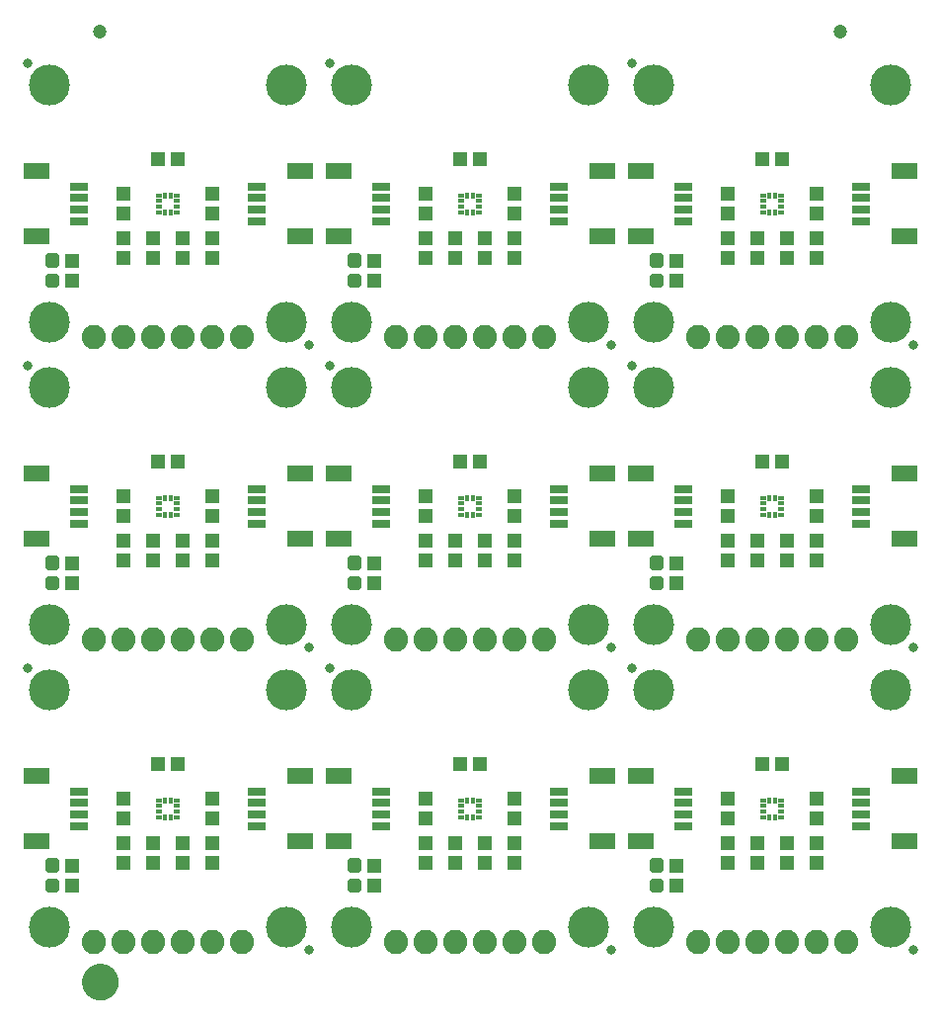
<source format=gts>
G75*
%MOIN*%
%OFA0B0*%
%FSLAX25Y25*%
%IPPOS*%
%LPD*%
%AMOC8*
5,1,8,0,0,1.08239X$1,22.5*
%
%ADD10R,0.08674X0.05524*%
%ADD11R,0.06115X0.03162*%
%ADD12C,0.08200*%
%ADD13C,0.01990*%
%ADD14R,0.04737X0.05131*%
%ADD15R,0.01784X0.01883*%
%ADD16R,0.01883X0.01784*%
%ADD17R,0.05131X0.04737*%
%ADD18C,0.13800*%
%ADD19C,0.03300*%
%ADD20C,0.04737*%
%ADD21C,0.05000*%
%ADD22C,0.06706*%
D10*
X0053873Y0067726D03*
X0053873Y0089774D03*
X0053873Y0169726D03*
X0053873Y0191774D03*
X0053873Y0271726D03*
X0053873Y0293774D03*
X0142810Y0293774D03*
X0155873Y0293774D03*
X0155873Y0271726D03*
X0142810Y0271726D03*
X0142810Y0191774D03*
X0155873Y0191774D03*
X0155873Y0169726D03*
X0142810Y0169726D03*
X0142810Y0089774D03*
X0155873Y0089774D03*
X0155873Y0067726D03*
X0142810Y0067726D03*
X0244810Y0067726D03*
X0257873Y0067726D03*
X0257873Y0089774D03*
X0244810Y0089774D03*
X0244810Y0169726D03*
X0257873Y0169726D03*
X0257873Y0191774D03*
X0244810Y0191774D03*
X0244810Y0271726D03*
X0257873Y0271726D03*
X0257873Y0293774D03*
X0244810Y0293774D03*
X0346810Y0293774D03*
X0346810Y0271726D03*
X0346810Y0191774D03*
X0346810Y0169726D03*
X0346810Y0089774D03*
X0346810Y0067726D03*
D11*
X0332342Y0072844D03*
X0332342Y0076781D03*
X0332342Y0080719D03*
X0332342Y0084656D03*
X0272342Y0084656D03*
X0272342Y0080719D03*
X0272342Y0076781D03*
X0272342Y0072844D03*
X0230342Y0072844D03*
X0230342Y0076781D03*
X0230342Y0080719D03*
X0230342Y0084656D03*
X0170342Y0084656D03*
X0170342Y0080719D03*
X0170342Y0076781D03*
X0170342Y0072844D03*
X0128342Y0072844D03*
X0128342Y0076781D03*
X0128342Y0080719D03*
X0128342Y0084656D03*
X0068342Y0084656D03*
X0068342Y0080719D03*
X0068342Y0076781D03*
X0068342Y0072844D03*
X0068342Y0174844D03*
X0068342Y0178781D03*
X0068342Y0182719D03*
X0068342Y0186656D03*
X0128342Y0186656D03*
X0128342Y0182719D03*
X0128342Y0178781D03*
X0128342Y0174844D03*
X0170342Y0174844D03*
X0170342Y0178781D03*
X0170342Y0182719D03*
X0170342Y0186656D03*
X0230342Y0186656D03*
X0230342Y0182719D03*
X0230342Y0178781D03*
X0230342Y0174844D03*
X0272342Y0174844D03*
X0272342Y0178781D03*
X0272342Y0182719D03*
X0272342Y0186656D03*
X0332342Y0186656D03*
X0332342Y0182719D03*
X0332342Y0178781D03*
X0332342Y0174844D03*
X0332342Y0276844D03*
X0332342Y0280781D03*
X0332342Y0284719D03*
X0332342Y0288656D03*
X0272342Y0288656D03*
X0272342Y0284719D03*
X0272342Y0280781D03*
X0272342Y0276844D03*
X0230342Y0276844D03*
X0230342Y0280781D03*
X0230342Y0284719D03*
X0230342Y0288656D03*
X0170342Y0288656D03*
X0170342Y0284719D03*
X0170342Y0280781D03*
X0170342Y0276844D03*
X0128342Y0276844D03*
X0128342Y0280781D03*
X0128342Y0284719D03*
X0128342Y0288656D03*
X0068342Y0288656D03*
X0068342Y0284719D03*
X0068342Y0280781D03*
X0068342Y0276844D03*
D12*
X0073342Y0237750D03*
X0083342Y0237750D03*
X0093342Y0237750D03*
X0103342Y0237750D03*
X0113342Y0237750D03*
X0123342Y0237750D03*
X0175342Y0237750D03*
X0185342Y0237750D03*
X0195342Y0237750D03*
X0205342Y0237750D03*
X0215342Y0237750D03*
X0225342Y0237750D03*
X0277342Y0237750D03*
X0287342Y0237750D03*
X0297342Y0237750D03*
X0307342Y0237750D03*
X0317342Y0237750D03*
X0327342Y0237750D03*
X0327342Y0135750D03*
X0317342Y0135750D03*
X0307342Y0135750D03*
X0297342Y0135750D03*
X0287342Y0135750D03*
X0277342Y0135750D03*
X0225342Y0135750D03*
X0215342Y0135750D03*
X0205342Y0135750D03*
X0195342Y0135750D03*
X0185342Y0135750D03*
X0175342Y0135750D03*
X0123342Y0135750D03*
X0113342Y0135750D03*
X0103342Y0135750D03*
X0093342Y0135750D03*
X0083342Y0135750D03*
X0073342Y0135750D03*
X0073342Y0033750D03*
X0083342Y0033750D03*
X0093342Y0033750D03*
X0103342Y0033750D03*
X0113342Y0033750D03*
X0123342Y0033750D03*
X0175342Y0033750D03*
X0185342Y0033750D03*
X0195342Y0033750D03*
X0205342Y0033750D03*
X0215342Y0033750D03*
X0225342Y0033750D03*
X0277342Y0033750D03*
X0287342Y0033750D03*
X0297342Y0033750D03*
X0307342Y0033750D03*
X0317342Y0033750D03*
X0327342Y0033750D03*
D13*
X0264715Y0051424D02*
X0261969Y0051424D01*
X0261969Y0054170D01*
X0264715Y0054170D01*
X0264715Y0051424D01*
X0264715Y0053314D02*
X0261969Y0053314D01*
X0261969Y0058330D02*
X0264715Y0058330D01*
X0261969Y0058330D02*
X0261969Y0061076D01*
X0264715Y0061076D01*
X0264715Y0058330D01*
X0264715Y0060220D02*
X0261969Y0060220D01*
X0162715Y0058330D02*
X0159969Y0058330D01*
X0159969Y0061076D01*
X0162715Y0061076D01*
X0162715Y0058330D01*
X0162715Y0060220D02*
X0159969Y0060220D01*
X0159969Y0051424D02*
X0162715Y0051424D01*
X0159969Y0051424D02*
X0159969Y0054170D01*
X0162715Y0054170D01*
X0162715Y0051424D01*
X0162715Y0053314D02*
X0159969Y0053314D01*
X0060715Y0051424D02*
X0057969Y0051424D01*
X0057969Y0054170D01*
X0060715Y0054170D01*
X0060715Y0051424D01*
X0060715Y0053314D02*
X0057969Y0053314D01*
X0057969Y0058330D02*
X0060715Y0058330D01*
X0057969Y0058330D02*
X0057969Y0061076D01*
X0060715Y0061076D01*
X0060715Y0058330D01*
X0060715Y0060220D02*
X0057969Y0060220D01*
X0057969Y0153424D02*
X0060715Y0153424D01*
X0057969Y0153424D02*
X0057969Y0156170D01*
X0060715Y0156170D01*
X0060715Y0153424D01*
X0060715Y0155314D02*
X0057969Y0155314D01*
X0057969Y0160330D02*
X0060715Y0160330D01*
X0057969Y0160330D02*
X0057969Y0163076D01*
X0060715Y0163076D01*
X0060715Y0160330D01*
X0060715Y0162220D02*
X0057969Y0162220D01*
X0057969Y0255424D02*
X0060715Y0255424D01*
X0057969Y0255424D02*
X0057969Y0258170D01*
X0060715Y0258170D01*
X0060715Y0255424D01*
X0060715Y0257314D02*
X0057969Y0257314D01*
X0057969Y0262330D02*
X0060715Y0262330D01*
X0057969Y0262330D02*
X0057969Y0265076D01*
X0060715Y0265076D01*
X0060715Y0262330D01*
X0060715Y0264220D02*
X0057969Y0264220D01*
X0159969Y0262330D02*
X0162715Y0262330D01*
X0159969Y0262330D02*
X0159969Y0265076D01*
X0162715Y0265076D01*
X0162715Y0262330D01*
X0162715Y0264220D02*
X0159969Y0264220D01*
X0159969Y0255424D02*
X0162715Y0255424D01*
X0159969Y0255424D02*
X0159969Y0258170D01*
X0162715Y0258170D01*
X0162715Y0255424D01*
X0162715Y0257314D02*
X0159969Y0257314D01*
X0261969Y0255424D02*
X0264715Y0255424D01*
X0261969Y0255424D02*
X0261969Y0258170D01*
X0264715Y0258170D01*
X0264715Y0255424D01*
X0264715Y0257314D02*
X0261969Y0257314D01*
X0261969Y0262330D02*
X0264715Y0262330D01*
X0261969Y0262330D02*
X0261969Y0265076D01*
X0264715Y0265076D01*
X0264715Y0262330D01*
X0264715Y0264220D02*
X0261969Y0264220D01*
X0261969Y0160330D02*
X0264715Y0160330D01*
X0261969Y0160330D02*
X0261969Y0163076D01*
X0264715Y0163076D01*
X0264715Y0160330D01*
X0264715Y0162220D02*
X0261969Y0162220D01*
X0261969Y0153424D02*
X0264715Y0153424D01*
X0261969Y0153424D02*
X0261969Y0156170D01*
X0264715Y0156170D01*
X0264715Y0153424D01*
X0264715Y0155314D02*
X0261969Y0155314D01*
X0162715Y0153424D02*
X0159969Y0153424D01*
X0159969Y0156170D01*
X0162715Y0156170D01*
X0162715Y0153424D01*
X0162715Y0155314D02*
X0159969Y0155314D01*
X0159969Y0160330D02*
X0162715Y0160330D01*
X0159969Y0160330D02*
X0159969Y0163076D01*
X0162715Y0163076D01*
X0162715Y0160330D01*
X0162715Y0162220D02*
X0159969Y0162220D01*
D14*
X0167842Y0161596D03*
X0167842Y0154904D03*
X0185342Y0162404D03*
X0185342Y0169096D03*
X0185342Y0177404D03*
X0185342Y0184096D03*
X0195342Y0169096D03*
X0195342Y0162404D03*
X0205342Y0162404D03*
X0205342Y0169096D03*
X0215342Y0169096D03*
X0215342Y0162404D03*
X0215342Y0177404D03*
X0215342Y0184096D03*
X0269842Y0161596D03*
X0269842Y0154904D03*
X0287342Y0162404D03*
X0287342Y0169096D03*
X0287342Y0177404D03*
X0287342Y0184096D03*
X0297342Y0169096D03*
X0297342Y0162404D03*
X0307342Y0162404D03*
X0307342Y0169096D03*
X0317342Y0169096D03*
X0317342Y0162404D03*
X0317342Y0177404D03*
X0317342Y0184096D03*
X0269842Y0256904D03*
X0269842Y0263596D03*
X0287342Y0264404D03*
X0287342Y0271096D03*
X0287342Y0279404D03*
X0287342Y0286096D03*
X0297342Y0271096D03*
X0297342Y0264404D03*
X0307342Y0264404D03*
X0307342Y0271096D03*
X0317342Y0271096D03*
X0317342Y0264404D03*
X0317342Y0279404D03*
X0317342Y0286096D03*
X0215342Y0286096D03*
X0215342Y0279404D03*
X0215342Y0271096D03*
X0215342Y0264404D03*
X0205342Y0264404D03*
X0205342Y0271096D03*
X0195342Y0271096D03*
X0195342Y0264404D03*
X0185342Y0264404D03*
X0185342Y0271096D03*
X0185342Y0279404D03*
X0185342Y0286096D03*
X0167842Y0263596D03*
X0167842Y0256904D03*
X0113342Y0264404D03*
X0113342Y0271096D03*
X0113342Y0279404D03*
X0113342Y0286096D03*
X0103342Y0271096D03*
X0103342Y0264404D03*
X0093342Y0264404D03*
X0093342Y0271096D03*
X0083342Y0271096D03*
X0083342Y0264404D03*
X0083342Y0279404D03*
X0083342Y0286096D03*
X0065842Y0263596D03*
X0065842Y0256904D03*
X0083342Y0184096D03*
X0083342Y0177404D03*
X0083342Y0169096D03*
X0083342Y0162404D03*
X0093342Y0162404D03*
X0093342Y0169096D03*
X0103342Y0169096D03*
X0103342Y0162404D03*
X0113342Y0162404D03*
X0113342Y0169096D03*
X0113342Y0177404D03*
X0113342Y0184096D03*
X0065842Y0161596D03*
X0065842Y0154904D03*
X0083342Y0082096D03*
X0083342Y0075404D03*
X0083342Y0067096D03*
X0083342Y0060404D03*
X0093342Y0060404D03*
X0093342Y0067096D03*
X0103342Y0067096D03*
X0103342Y0060404D03*
X0113342Y0060404D03*
X0113342Y0067096D03*
X0113342Y0075404D03*
X0113342Y0082096D03*
X0065842Y0059596D03*
X0065842Y0052904D03*
X0167842Y0052904D03*
X0167842Y0059596D03*
X0185342Y0060404D03*
X0185342Y0067096D03*
X0185342Y0075404D03*
X0185342Y0082096D03*
X0195342Y0067096D03*
X0195342Y0060404D03*
X0205342Y0060404D03*
X0205342Y0067096D03*
X0215342Y0067096D03*
X0215342Y0060404D03*
X0215342Y0075404D03*
X0215342Y0082096D03*
X0269842Y0059596D03*
X0269842Y0052904D03*
X0287342Y0060404D03*
X0287342Y0067096D03*
X0287342Y0075404D03*
X0287342Y0082096D03*
X0297342Y0067096D03*
X0297342Y0060404D03*
X0307342Y0060404D03*
X0307342Y0067096D03*
X0317342Y0067096D03*
X0317342Y0060404D03*
X0317342Y0075404D03*
X0317342Y0082096D03*
D15*
X0303326Y0081703D03*
X0301358Y0081703D03*
X0301358Y0075797D03*
X0303326Y0075797D03*
X0201326Y0075797D03*
X0199358Y0075797D03*
X0199358Y0081703D03*
X0201326Y0081703D03*
X0099326Y0081703D03*
X0097358Y0081703D03*
X0097358Y0075797D03*
X0099326Y0075797D03*
X0099326Y0177797D03*
X0097358Y0177797D03*
X0097358Y0183703D03*
X0099326Y0183703D03*
X0199358Y0183703D03*
X0201326Y0183703D03*
X0201326Y0177797D03*
X0199358Y0177797D03*
X0301358Y0177797D03*
X0303326Y0177797D03*
X0303326Y0183703D03*
X0301358Y0183703D03*
X0301358Y0279797D03*
X0303326Y0279797D03*
X0303326Y0285703D03*
X0301358Y0285703D03*
X0201326Y0285703D03*
X0199358Y0285703D03*
X0199358Y0279797D03*
X0201326Y0279797D03*
X0099326Y0279797D03*
X0097358Y0279797D03*
X0097358Y0285703D03*
X0099326Y0285703D03*
D16*
X0101295Y0285703D03*
X0101295Y0283734D03*
X0101295Y0281766D03*
X0101295Y0279797D03*
X0095389Y0279797D03*
X0095389Y0281766D03*
X0095389Y0283734D03*
X0095389Y0285703D03*
X0197389Y0285703D03*
X0197389Y0283734D03*
X0197389Y0281766D03*
X0197389Y0279797D03*
X0203295Y0279797D03*
X0203295Y0281766D03*
X0203295Y0283734D03*
X0203295Y0285703D03*
X0299389Y0285703D03*
X0299389Y0283734D03*
X0299389Y0281766D03*
X0299389Y0279797D03*
X0305295Y0279797D03*
X0305295Y0281766D03*
X0305295Y0283734D03*
X0305295Y0285703D03*
X0305295Y0183703D03*
X0305295Y0181734D03*
X0305295Y0179766D03*
X0305295Y0177797D03*
X0299389Y0177797D03*
X0299389Y0179766D03*
X0299389Y0181734D03*
X0299389Y0183703D03*
X0203295Y0183703D03*
X0203295Y0181734D03*
X0203295Y0179766D03*
X0203295Y0177797D03*
X0197389Y0177797D03*
X0197389Y0179766D03*
X0197389Y0181734D03*
X0197389Y0183703D03*
X0101295Y0183703D03*
X0101295Y0181734D03*
X0101295Y0179766D03*
X0101295Y0177797D03*
X0095389Y0177797D03*
X0095389Y0179766D03*
X0095389Y0181734D03*
X0095389Y0183703D03*
X0095389Y0081703D03*
X0095389Y0079734D03*
X0095389Y0077766D03*
X0095389Y0075797D03*
X0101295Y0075797D03*
X0101295Y0077766D03*
X0101295Y0079734D03*
X0101295Y0081703D03*
X0197389Y0081703D03*
X0197389Y0079734D03*
X0197389Y0077766D03*
X0197389Y0075797D03*
X0203295Y0075797D03*
X0203295Y0077766D03*
X0203295Y0079734D03*
X0203295Y0081703D03*
X0299389Y0081703D03*
X0299389Y0079734D03*
X0299389Y0077766D03*
X0299389Y0075797D03*
X0305295Y0075797D03*
X0305295Y0077766D03*
X0305295Y0079734D03*
X0305295Y0081703D03*
D17*
X0305688Y0093750D03*
X0298995Y0093750D03*
X0203688Y0093750D03*
X0196995Y0093750D03*
X0101688Y0093750D03*
X0094995Y0093750D03*
X0094995Y0195750D03*
X0101688Y0195750D03*
X0196995Y0195750D03*
X0203688Y0195750D03*
X0298995Y0195750D03*
X0305688Y0195750D03*
X0305688Y0297750D03*
X0298995Y0297750D03*
X0203688Y0297750D03*
X0196995Y0297750D03*
X0101688Y0297750D03*
X0094995Y0297750D03*
D18*
X0058342Y0038750D03*
X0138342Y0038750D03*
X0160342Y0038750D03*
X0240342Y0038750D03*
X0262342Y0038750D03*
X0342342Y0038750D03*
X0342342Y0118750D03*
X0342342Y0140750D03*
X0262342Y0140750D03*
X0240342Y0140750D03*
X0240342Y0118750D03*
X0262342Y0118750D03*
X0160342Y0118750D03*
X0138342Y0118750D03*
X0138342Y0140750D03*
X0160342Y0140750D03*
X0160342Y0220750D03*
X0160342Y0242750D03*
X0138342Y0242750D03*
X0138342Y0220750D03*
X0058342Y0220750D03*
X0058342Y0242750D03*
X0058342Y0322750D03*
X0138342Y0322750D03*
X0160342Y0322750D03*
X0240342Y0322750D03*
X0262342Y0322750D03*
X0342342Y0322750D03*
X0342342Y0242750D03*
X0342342Y0220750D03*
X0262342Y0220750D03*
X0262342Y0242750D03*
X0240342Y0242750D03*
X0240342Y0220750D03*
X0058342Y0140750D03*
X0058342Y0118750D03*
D19*
X0050842Y0126250D03*
X0145842Y0133250D03*
X0152842Y0126250D03*
X0247842Y0133250D03*
X0254842Y0126250D03*
X0349842Y0133250D03*
X0254842Y0228250D03*
X0247842Y0235250D03*
X0152842Y0228250D03*
X0145842Y0235250D03*
X0050842Y0228250D03*
X0050842Y0330250D03*
X0152842Y0330250D03*
X0254842Y0330250D03*
X0349842Y0235250D03*
X0349842Y0031250D03*
X0247842Y0031250D03*
X0145842Y0031250D03*
D20*
X0075342Y0341000D03*
X0325342Y0341000D03*
D21*
X0071777Y0020500D02*
X0071779Y0020619D01*
X0071785Y0020738D01*
X0071795Y0020857D01*
X0071809Y0020975D01*
X0071827Y0021093D01*
X0071848Y0021210D01*
X0071874Y0021326D01*
X0071904Y0021442D01*
X0071937Y0021556D01*
X0071974Y0021669D01*
X0072015Y0021781D01*
X0072060Y0021892D01*
X0072108Y0022001D01*
X0072160Y0022108D01*
X0072216Y0022213D01*
X0072275Y0022317D01*
X0072337Y0022418D01*
X0072403Y0022518D01*
X0072472Y0022615D01*
X0072544Y0022709D01*
X0072620Y0022802D01*
X0072698Y0022891D01*
X0072779Y0022978D01*
X0072864Y0023063D01*
X0072951Y0023144D01*
X0073040Y0023222D01*
X0073133Y0023298D01*
X0073227Y0023370D01*
X0073324Y0023439D01*
X0073424Y0023505D01*
X0073525Y0023567D01*
X0073629Y0023626D01*
X0073734Y0023682D01*
X0073841Y0023734D01*
X0073950Y0023782D01*
X0074061Y0023827D01*
X0074173Y0023868D01*
X0074286Y0023905D01*
X0074400Y0023938D01*
X0074516Y0023968D01*
X0074632Y0023994D01*
X0074749Y0024015D01*
X0074867Y0024033D01*
X0074985Y0024047D01*
X0075104Y0024057D01*
X0075223Y0024063D01*
X0075342Y0024065D01*
X0075461Y0024063D01*
X0075580Y0024057D01*
X0075699Y0024047D01*
X0075817Y0024033D01*
X0075935Y0024015D01*
X0076052Y0023994D01*
X0076168Y0023968D01*
X0076284Y0023938D01*
X0076398Y0023905D01*
X0076511Y0023868D01*
X0076623Y0023827D01*
X0076734Y0023782D01*
X0076843Y0023734D01*
X0076950Y0023682D01*
X0077055Y0023626D01*
X0077159Y0023567D01*
X0077260Y0023505D01*
X0077360Y0023439D01*
X0077457Y0023370D01*
X0077551Y0023298D01*
X0077644Y0023222D01*
X0077733Y0023144D01*
X0077820Y0023063D01*
X0077905Y0022978D01*
X0077986Y0022891D01*
X0078064Y0022802D01*
X0078140Y0022709D01*
X0078212Y0022615D01*
X0078281Y0022518D01*
X0078347Y0022418D01*
X0078409Y0022317D01*
X0078468Y0022213D01*
X0078524Y0022108D01*
X0078576Y0022001D01*
X0078624Y0021892D01*
X0078669Y0021781D01*
X0078710Y0021669D01*
X0078747Y0021556D01*
X0078780Y0021442D01*
X0078810Y0021326D01*
X0078836Y0021210D01*
X0078857Y0021093D01*
X0078875Y0020975D01*
X0078889Y0020857D01*
X0078899Y0020738D01*
X0078905Y0020619D01*
X0078907Y0020500D01*
X0078905Y0020381D01*
X0078899Y0020262D01*
X0078889Y0020143D01*
X0078875Y0020025D01*
X0078857Y0019907D01*
X0078836Y0019790D01*
X0078810Y0019674D01*
X0078780Y0019558D01*
X0078747Y0019444D01*
X0078710Y0019331D01*
X0078669Y0019219D01*
X0078624Y0019108D01*
X0078576Y0018999D01*
X0078524Y0018892D01*
X0078468Y0018787D01*
X0078409Y0018683D01*
X0078347Y0018582D01*
X0078281Y0018482D01*
X0078212Y0018385D01*
X0078140Y0018291D01*
X0078064Y0018198D01*
X0077986Y0018109D01*
X0077905Y0018022D01*
X0077820Y0017937D01*
X0077733Y0017856D01*
X0077644Y0017778D01*
X0077551Y0017702D01*
X0077457Y0017630D01*
X0077360Y0017561D01*
X0077260Y0017495D01*
X0077159Y0017433D01*
X0077055Y0017374D01*
X0076950Y0017318D01*
X0076843Y0017266D01*
X0076734Y0017218D01*
X0076623Y0017173D01*
X0076511Y0017132D01*
X0076398Y0017095D01*
X0076284Y0017062D01*
X0076168Y0017032D01*
X0076052Y0017006D01*
X0075935Y0016985D01*
X0075817Y0016967D01*
X0075699Y0016953D01*
X0075580Y0016943D01*
X0075461Y0016937D01*
X0075342Y0016935D01*
X0075223Y0016937D01*
X0075104Y0016943D01*
X0074985Y0016953D01*
X0074867Y0016967D01*
X0074749Y0016985D01*
X0074632Y0017006D01*
X0074516Y0017032D01*
X0074400Y0017062D01*
X0074286Y0017095D01*
X0074173Y0017132D01*
X0074061Y0017173D01*
X0073950Y0017218D01*
X0073841Y0017266D01*
X0073734Y0017318D01*
X0073629Y0017374D01*
X0073525Y0017433D01*
X0073424Y0017495D01*
X0073324Y0017561D01*
X0073227Y0017630D01*
X0073133Y0017702D01*
X0073040Y0017778D01*
X0072951Y0017856D01*
X0072864Y0017937D01*
X0072779Y0018022D01*
X0072698Y0018109D01*
X0072620Y0018198D01*
X0072544Y0018291D01*
X0072472Y0018385D01*
X0072403Y0018482D01*
X0072337Y0018582D01*
X0072275Y0018683D01*
X0072216Y0018787D01*
X0072160Y0018892D01*
X0072108Y0018999D01*
X0072060Y0019108D01*
X0072015Y0019219D01*
X0071974Y0019331D01*
X0071937Y0019444D01*
X0071904Y0019558D01*
X0071874Y0019674D01*
X0071848Y0019790D01*
X0071827Y0019907D01*
X0071809Y0020025D01*
X0071795Y0020143D01*
X0071785Y0020262D01*
X0071779Y0020381D01*
X0071777Y0020500D01*
D22*
X0075342Y0020500D03*
M02*

</source>
